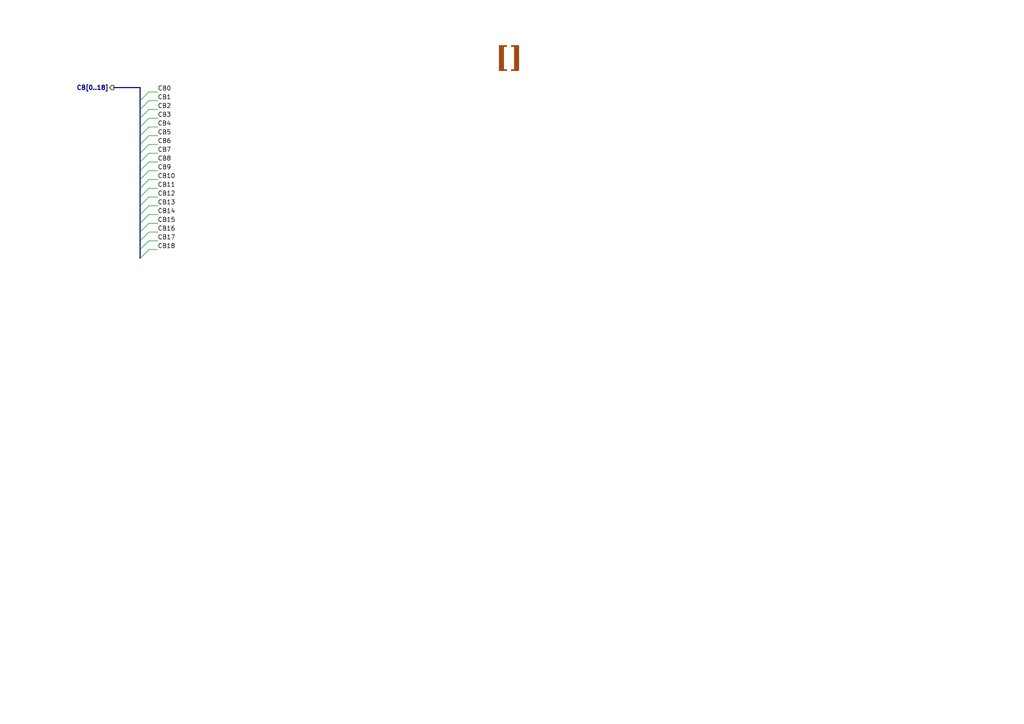
<source format=kicad_sch>
(kicad_sch
	(version 20231120)
	(generator "eeschema")
	(generator_version "8.0")
	(uuid "32f1887c-d8b4-472e-a0d5-824a02edc4a8")
	(paper "A4")
	(title_block
		(title "Cell_Sentinel")
		(date "2024-11-05")
		(rev "1.0.0")
	)
	(lib_symbols)
	(bus_entry
		(at 40.64 36.83)
		(size 2.54 -2.54)
		(stroke
			(width 0)
			(type default)
		)
		(uuid "07123cd6-1c56-440e-921b-85e21a76b5c7")
	)
	(bus_entry
		(at 40.64 74.93)
		(size 2.54 -2.54)
		(stroke
			(width 0)
			(type default)
		)
		(uuid "288a1e84-dc91-42e3-ae2a-3e141de33232")
	)
	(bus_entry
		(at 40.64 39.37)
		(size 2.54 -2.54)
		(stroke
			(width 0)
			(type default)
		)
		(uuid "3360810e-3244-4a99-b1ce-60f470dbcf91")
	)
	(bus_entry
		(at 40.64 62.23)
		(size 2.54 -2.54)
		(stroke
			(width 0)
			(type default)
		)
		(uuid "4e775dd5-ea9f-4709-8a7c-a0824b21eb7a")
	)
	(bus_entry
		(at 40.64 29.21)
		(size 2.54 -2.54)
		(stroke
			(width 0)
			(type default)
		)
		(uuid "5edb9892-2caf-4e52-a7be-acac83cae499")
	)
	(bus_entry
		(at 40.64 31.75)
		(size 2.54 -2.54)
		(stroke
			(width 0)
			(type default)
		)
		(uuid "6e49d5af-59b4-4c05-859f-2254caa0994c")
	)
	(bus_entry
		(at 40.64 57.15)
		(size 2.54 -2.54)
		(stroke
			(width 0)
			(type default)
		)
		(uuid "753e976e-c735-4d3c-8124-28b495334221")
	)
	(bus_entry
		(at 40.64 46.99)
		(size 2.54 -2.54)
		(stroke
			(width 0)
			(type default)
		)
		(uuid "7b7f09db-d8bf-487d-b587-17682dfa8f32")
	)
	(bus_entry
		(at 40.64 59.69)
		(size 2.54 -2.54)
		(stroke
			(width 0)
			(type default)
		)
		(uuid "8ec1d632-c1a1-42f1-ad5e-5dc2dbcb4426")
	)
	(bus_entry
		(at 40.64 34.29)
		(size 2.54 -2.54)
		(stroke
			(width 0)
			(type default)
		)
		(uuid "982369d0-1e21-45a9-8e91-9d0102df7485")
	)
	(bus_entry
		(at 40.64 64.77)
		(size 2.54 -2.54)
		(stroke
			(width 0)
			(type default)
		)
		(uuid "a0134566-df67-42ab-9c86-4af02a74669a")
	)
	(bus_entry
		(at 40.64 72.39)
		(size 2.54 -2.54)
		(stroke
			(width 0)
			(type default)
		)
		(uuid "a7ecf1f6-2c9a-4958-a268-3b1da7a6ae01")
	)
	(bus_entry
		(at 40.64 52.07)
		(size 2.54 -2.54)
		(stroke
			(width 0)
			(type default)
		)
		(uuid "ac43bac5-0711-41f1-8d46-9791feb30c7c")
	)
	(bus_entry
		(at 40.64 41.91)
		(size 2.54 -2.54)
		(stroke
			(width 0)
			(type default)
		)
		(uuid "c31ccafa-7b02-4690-a97e-f3464aced6c7")
	)
	(bus_entry
		(at 40.64 54.61)
		(size 2.54 -2.54)
		(stroke
			(width 0)
			(type default)
		)
		(uuid "e7454853-2211-4ee0-93c0-0063a41cb32a")
	)
	(bus_entry
		(at 40.64 49.53)
		(size 2.54 -2.54)
		(stroke
			(width 0)
			(type default)
		)
		(uuid "ebc813ef-d2ee-450d-8a9b-dfc8a93c14b3")
	)
	(bus_entry
		(at 40.64 67.31)
		(size 2.54 -2.54)
		(stroke
			(width 0)
			(type default)
		)
		(uuid "f42e25cb-dfd3-4d0a-8863-168d57d1b26c")
	)
	(bus_entry
		(at 40.64 69.85)
		(size 2.54 -2.54)
		(stroke
			(width 0)
			(type default)
		)
		(uuid "f6047ed2-4e4b-4019-bf8b-ff499881fd8d")
	)
	(bus_entry
		(at 40.64 44.45)
		(size 2.54 -2.54)
		(stroke
			(width 0)
			(type default)
		)
		(uuid "fd4873b2-6277-4cbe-8a58-5c9799050f31")
	)
	(wire
		(pts
			(xy 43.18 26.67) (xy 45.72 26.67)
		)
		(stroke
			(width 0)
			(type default)
		)
		(uuid "07bdc80f-aa10-4b17-99d1-08b3b7eac14f")
	)
	(wire
		(pts
			(xy 43.18 31.75) (xy 45.72 31.75)
		)
		(stroke
			(width 0)
			(type default)
		)
		(uuid "104c0b32-dd72-47ca-8eb0-ea259aa21f7d")
	)
	(wire
		(pts
			(xy 43.18 36.83) (xy 45.72 36.83)
		)
		(stroke
			(width 0)
			(type default)
		)
		(uuid "16a54e1d-6b93-4166-ad22-2a093d7d6b2f")
	)
	(bus
		(pts
			(xy 40.64 46.99) (xy 40.64 49.53)
		)
		(stroke
			(width 0)
			(type default)
		)
		(uuid "1d6a039f-4eab-4003-bd34-0421e5d936a4")
	)
	(bus
		(pts
			(xy 40.64 57.15) (xy 40.64 59.69)
		)
		(stroke
			(width 0)
			(type default)
		)
		(uuid "29f4250e-de3a-4f2f-8c6f-5fbf726cf326")
	)
	(bus
		(pts
			(xy 40.64 62.23) (xy 40.64 64.77)
		)
		(stroke
			(width 0)
			(type default)
		)
		(uuid "2a2b833a-a7ae-431a-bec6-25a913101ef6")
	)
	(bus
		(pts
			(xy 40.64 29.21) (xy 40.64 31.75)
		)
		(stroke
			(width 0)
			(type default)
		)
		(uuid "2b4dee62-8d83-4e35-a421-cc1491026f23")
	)
	(bus
		(pts
			(xy 40.64 49.53) (xy 40.64 52.07)
		)
		(stroke
			(width 0)
			(type default)
		)
		(uuid "2cba10d4-a48a-4106-a12b-e017f6c03830")
	)
	(wire
		(pts
			(xy 43.18 52.07) (xy 45.72 52.07)
		)
		(stroke
			(width 0)
			(type default)
		)
		(uuid "3df2fbde-e430-4749-b549-8e34b2f09636")
	)
	(bus
		(pts
			(xy 40.64 41.91) (xy 40.64 44.45)
		)
		(stroke
			(width 0)
			(type default)
		)
		(uuid "3f5bae28-96a3-4e6e-a962-ccfac93cc37e")
	)
	(wire
		(pts
			(xy 43.18 72.39) (xy 45.72 72.39)
		)
		(stroke
			(width 0)
			(type default)
		)
		(uuid "52c57a56-781d-4292-a38a-894b19a89fc3")
	)
	(wire
		(pts
			(xy 43.18 67.31) (xy 45.72 67.31)
		)
		(stroke
			(width 0)
			(type default)
		)
		(uuid "61950e9d-3521-4cee-b5d0-56dccb1c1c24")
	)
	(wire
		(pts
			(xy 43.18 29.21) (xy 45.72 29.21)
		)
		(stroke
			(width 0)
			(type default)
		)
		(uuid "63000260-7b1b-4586-97a9-4b2ffb79dbe0")
	)
	(bus
		(pts
			(xy 33.02 25.4) (xy 40.64 25.4)
		)
		(stroke
			(width 0)
			(type default)
		)
		(uuid "6a4d25ed-5613-4447-9fdd-61dd4de224b4")
	)
	(wire
		(pts
			(xy 43.18 69.85) (xy 45.72 69.85)
		)
		(stroke
			(width 0)
			(type default)
		)
		(uuid "6b087b6e-9698-4e32-92f5-aefa7ef6f8de")
	)
	(wire
		(pts
			(xy 43.18 41.91) (xy 45.72 41.91)
		)
		(stroke
			(width 0)
			(type default)
		)
		(uuid "72809a0d-9cf9-4558-8b15-25aba9177b29")
	)
	(bus
		(pts
			(xy 40.64 59.69) (xy 40.64 62.23)
		)
		(stroke
			(width 0)
			(type default)
		)
		(uuid "74b8b5b3-e698-41bd-88e4-414b48f92411")
	)
	(wire
		(pts
			(xy 43.18 59.69) (xy 45.72 59.69)
		)
		(stroke
			(width 0)
			(type default)
		)
		(uuid "7a4656f0-ba04-4b26-b5fd-965392eb827b")
	)
	(bus
		(pts
			(xy 40.64 67.31) (xy 40.64 69.85)
		)
		(stroke
			(width 0)
			(type default)
		)
		(uuid "7d941ac6-e893-4c7d-9fbc-cdc56a252ccc")
	)
	(wire
		(pts
			(xy 43.18 49.53) (xy 45.72 49.53)
		)
		(stroke
			(width 0)
			(type default)
		)
		(uuid "8320424a-4fe7-43d2-91ea-9088d0fc7046")
	)
	(bus
		(pts
			(xy 40.64 25.4) (xy 40.64 29.21)
		)
		(stroke
			(width 0)
			(type default)
		)
		(uuid "88bdf4f8-ac20-490e-85c5-29a4e5672a25")
	)
	(bus
		(pts
			(xy 40.64 36.83) (xy 40.64 39.37)
		)
		(stroke
			(width 0)
			(type default)
		)
		(uuid "9002ffcd-6021-4b62-8942-8144a8e5dc3d")
	)
	(wire
		(pts
			(xy 43.18 54.61) (xy 45.72 54.61)
		)
		(stroke
			(width 0)
			(type default)
		)
		(uuid "96010212-f526-4f9f-b8aa-c6025342b130")
	)
	(wire
		(pts
			(xy 43.18 57.15) (xy 45.72 57.15)
		)
		(stroke
			(width 0)
			(type default)
		)
		(uuid "9be98503-dbd6-4504-a2bd-55c2cb22f497")
	)
	(wire
		(pts
			(xy 43.18 46.99) (xy 45.72 46.99)
		)
		(stroke
			(width 0)
			(type default)
		)
		(uuid "a0ad3b69-c38e-45b2-833c-12bbf03109fd")
	)
	(bus
		(pts
			(xy 40.64 44.45) (xy 40.64 46.99)
		)
		(stroke
			(width 0)
			(type default)
		)
		(uuid "b1f58236-b749-44ec-b207-538032b2d259")
	)
	(bus
		(pts
			(xy 40.64 69.85) (xy 40.64 72.39)
		)
		(stroke
			(width 0)
			(type default)
		)
		(uuid "b4efffe0-3e74-4fd8-87ca-8ba80759ef12")
	)
	(wire
		(pts
			(xy 43.18 44.45) (xy 45.72 44.45)
		)
		(stroke
			(width 0)
			(type default)
		)
		(uuid "b791a5dc-d0b8-4d71-84b9-91fa4632f933")
	)
	(wire
		(pts
			(xy 43.18 34.29) (xy 45.72 34.29)
		)
		(stroke
			(width 0)
			(type default)
		)
		(uuid "c77ab8f1-4dbe-42ee-b4fa-255c145acf5f")
	)
	(bus
		(pts
			(xy 40.64 39.37) (xy 40.64 41.91)
		)
		(stroke
			(width 0)
			(type default)
		)
		(uuid "d12dc388-817f-42c6-aa22-f91cb3fa5406")
	)
	(bus
		(pts
			(xy 40.64 54.61) (xy 40.64 57.15)
		)
		(stroke
			(width 0)
			(type default)
		)
		(uuid "d17d961e-b376-45e0-9b82-24c40f42d751")
	)
	(bus
		(pts
			(xy 40.64 31.75) (xy 40.64 34.29)
		)
		(stroke
			(width 0)
			(type default)
		)
		(uuid "d42c9add-31b4-4535-8d25-223ab1d126e0")
	)
	(bus
		(pts
			(xy 40.64 64.77) (xy 40.64 67.31)
		)
		(stroke
			(width 0)
			(type default)
		)
		(uuid "d48e2d5b-e448-4a85-b81d-a4b9224007e4")
	)
	(bus
		(pts
			(xy 40.64 52.07) (xy 40.64 54.61)
		)
		(stroke
			(width 0)
			(type default)
		)
		(uuid "db93c07a-737f-44b1-a14f-bf022908587a")
	)
	(bus
		(pts
			(xy 40.64 72.39) (xy 40.64 74.93)
		)
		(stroke
			(width 0)
			(type default)
		)
		(uuid "df2832f9-f8dc-4522-944b-01101cdd17ab")
	)
	(wire
		(pts
			(xy 43.18 64.77) (xy 45.72 64.77)
		)
		(stroke
			(width 0)
			(type default)
		)
		(uuid "e31d1268-3b19-4e70-a914-625f1c3127cd")
	)
	(bus
		(pts
			(xy 40.64 34.29) (xy 40.64 36.83)
		)
		(stroke
			(width 0)
			(type default)
		)
		(uuid "f2401df9-557c-410e-ac38-2bed3a7f8e4b")
	)
	(wire
		(pts
			(xy 43.18 62.23) (xy 45.72 62.23)
		)
		(stroke
			(width 0)
			(type default)
		)
		(uuid "f29ed7dc-a248-44b0-a685-c59c72ebabb4")
	)
	(wire
		(pts
			(xy 43.18 39.37) (xy 45.72 39.37)
		)
		(stroke
			(width 0)
			(type default)
		)
		(uuid "f4a909b6-0c9c-4a7f-9f61-41fb35292479")
	)
	(text "[${#}] ${SHEETNAME}"
		(exclude_from_sim no)
		(at 149.098 18.796 0)
		(effects
			(font
				(face "Times New Roman")
				(size 6 6)
				(thickness 1.6)
				(bold yes)
				(color 159 72 15 1)
			)
		)
		(uuid "b252bdb5-ebb9-482d-9be6-ac663f6ef4b5")
	)
	(label "CB4"
		(at 45.72 36.83 0)
		(fields_autoplaced yes)
		(effects
			(font
				(size 1.27 1.27)
			)
			(justify left bottom)
		)
		(uuid "02b7f1b7-164c-4282-bd20-c4a2e1fefd1f")
	)
	(label "CB8"
		(at 45.72 46.99 0)
		(fields_autoplaced yes)
		(effects
			(font
				(size 1.27 1.27)
			)
			(justify left bottom)
		)
		(uuid "0df43bfb-f5bb-432e-84ba-0e9f65a61e7c")
	)
	(label "CB16"
		(at 45.72 67.31 0)
		(fields_autoplaced yes)
		(effects
			(font
				(size 1.27 1.27)
			)
			(justify left bottom)
		)
		(uuid "156b4af2-b595-4e55-8115-b27630823df6")
	)
	(label "CB15"
		(at 45.72 64.77 0)
		(fields_autoplaced yes)
		(effects
			(font
				(size 1.27 1.27)
			)
			(justify left bottom)
		)
		(uuid "3568d3fb-b8df-44e9-8881-f0607f06b61d")
	)
	(label "CB7"
		(at 45.72 44.45 0)
		(fields_autoplaced yes)
		(effects
			(font
				(size 1.27 1.27)
			)
			(justify left bottom)
		)
		(uuid "4d084171-f105-401b-b673-dd638e815fb7")
	)
	(label "CB9"
		(at 45.72 49.53 0)
		(fields_autoplaced yes)
		(effects
			(font
				(size 1.27 1.27)
			)
			(justify left bottom)
		)
		(uuid "5e479e79-6425-4dcb-aba4-6c385010c05e")
	)
	(label "CB10"
		(at 45.72 52.07 0)
		(fields_autoplaced yes)
		(effects
			(font
				(size 1.27 1.27)
			)
			(justify left bottom)
		)
		(uuid "60853fce-3bdf-419b-b7c2-b92f4e171b08")
	)
	(label "CB14"
		(at 45.72 62.23 0)
		(fields_autoplaced yes)
		(effects
			(font
				(size 1.27 1.27)
			)
			(justify left bottom)
		)
		(uuid "69b6852d-2bad-40bd-a82b-75c0840c8c72")
	)
	(label "CB17"
		(at 45.72 69.85 0)
		(fields_autoplaced yes)
		(effects
			(font
				(size 1.27 1.27)
			)
			(justify left bottom)
		)
		(uuid "6d833962-8c9d-4dec-b1b4-20ff0ab59be3")
	)
	(label "CB13"
		(at 45.72 59.69 0)
		(fields_autoplaced yes)
		(effects
			(font
				(size 1.27 1.27)
			)
			(justify left bottom)
		)
		(uuid "90d01f3b-475a-4392-addf-aa550eaef3b0")
	)
	(label "CB18"
		(at 45.72 72.39 0)
		(fields_autoplaced yes)
		(effects
			(font
				(size 1.27 1.27)
			)
			(justify left bottom)
		)
		(uuid "9beeaae2-e535-4046-a958-4d8f3d49680d")
	)
	(label "CB2"
		(at 45.72 31.75 0)
		(fields_autoplaced yes)
		(effects
			(font
				(size 1.27 1.27)
			)
			(justify left bottom)
		)
		(uuid "9dff7574-487a-4925-9e12-20df1d5065c7")
	)
	(label "CB6"
		(at 45.72 41.91 0)
		(fields_autoplaced yes)
		(effects
			(font
				(size 1.27 1.27)
			)
			(justify left bottom)
		)
		(uuid "a1ed4bb3-c4c3-4af4-848b-2a26f8226997")
	)
	(label "CB11"
		(at 45.72 54.61 0)
		(fields_autoplaced yes)
		(effects
			(font
				(size 1.27 1.27)
			)
			(justify left bottom)
		)
		(uuid "b1e1c7df-7630-4c3d-9ae2-fda8834c11ba")
	)
	(label "CB3"
		(at 45.72 34.29 0)
		(fields_autoplaced yes)
		(effects
			(font
				(size 1.27 1.27)
			)
			(justify left bottom)
		)
		(uuid "c6ebef46-0331-435c-8483-8978f6d2ae13")
	)
	(label "CB5"
		(at 45.72 39.37 0)
		(fields_autoplaced yes)
		(effects
			(font
				(size 1.27 1.27)
			)
			(justify left bottom)
		)
		(uuid "d7f0485e-6385-4b20-bab9-a5c78a752c2a")
	)
	(label "CB1"
		(at 45.72 29.21 0)
		(fields_autoplaced yes)
		(effects
			(font
				(size 1.27 1.27)
			)
			(justify left bottom)
		)
		(uuid "e81439a8-9cab-4a72-94af-9ed96c07af4c")
	)
	(label "CB0"
		(at 45.72 26.67 0)
		(fields_autoplaced yes)
		(effects
			(font
				(size 1.27 1.27)
			)
			(justify left bottom)
		)
		(uuid "ef0023ff-bab9-419c-9755-872aa45d77f6")
	)
	(label "CB12"
		(at 45.72 57.15 0)
		(fields_autoplaced yes)
		(effects
			(font
				(size 1.27 1.27)
			)
			(justify left bottom)
		)
		(uuid "f3bbfd7f-15a7-478f-9093-63aada6168bb")
	)
	(hierarchical_label "CB[0..18]"
		(shape output)
		(at 33.02 25.4 180)
		(fields_autoplaced yes)
		(effects
			(font
				(size 1.27 1.27)
				(thickness 0.254)
				(bold yes)
			)
			(justify right)
		)
		(uuid "efa6282b-1617-4654-9f84-734f1657781b")
	)
)

</source>
